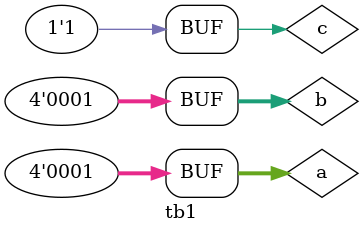
<source format=v>
module tb1; // specific input sequence, binary output format

reg  [3:0] a, b;
reg  c;
wire [4:0] s;

// instantiate the 4-bit ripple-carry adder
RCA rca1(a, b, c, s);

// apply a specific set of input vectors every 10 time units
initial begin
    a = 4'b0010; b = 4'b1010; c = 1'b0;
#10 a = 4'b1111; b = 4'b0000; c = 1'b0;
#10 a = 4'b0001; b = 4'b0001; c = 1'b1;
end

// print the input and output values after they change
initial
$monitor($time, "  a = %b", a, " b = %b", b, " c = %b", c, " s = %b", s);

endmodule

</source>
